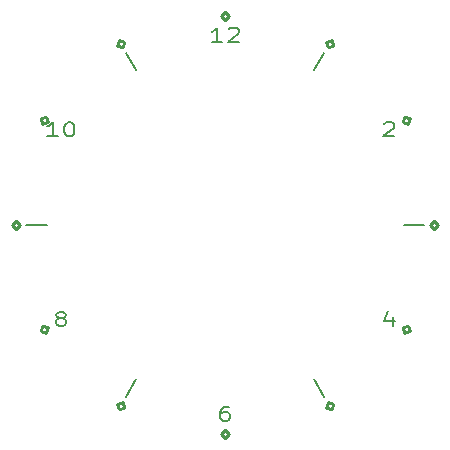
<source format=gbr>
%TF.GenerationSoftware,KiCad,Pcbnew,6.0.7-1.fc35*%
%TF.CreationDate,2022-12-05T16:38:58+01:00*%
%TF.ProjectId,Ring,52696e67-2e6b-4696-9361-645f70636258,rev?*%
%TF.SameCoordinates,Original*%
%TF.FileFunction,Soldermask,Top*%
%TF.FilePolarity,Negative*%
%FSLAX46Y46*%
G04 Gerber Fmt 4.6, Leading zero omitted, Abs format (unit mm)*
G04 Created by KiCad (PCBNEW 6.0.7-1.fc35) date 2022-12-05 16:38:58*
%MOMM*%
%LPD*%
G01*
G04 APERTURE LIST*
%ADD10C,0.250000*%
%ADD11C,0.200000*%
G04 APERTURE END LIST*
D10*
X160155000Y-79485562D02*
X160270788Y-79945011D01*
X142125000Y-79485562D02*
X142580788Y-79615011D01*
X166298650Y-85955551D02*
X166169201Y-86411339D01*
X169170000Y-95100000D02*
X168840000Y-94760000D01*
X133450000Y-94770000D02*
X133780000Y-95110000D01*
X142580788Y-79615011D02*
X142451339Y-80070799D01*
X135525562Y-104115000D02*
X135981350Y-104244449D01*
X160155000Y-110714438D02*
X160284449Y-110258650D01*
X151140000Y-77070000D02*
X150800000Y-77400000D01*
X133110000Y-95100000D02*
X133450000Y-94770000D01*
X142125000Y-110714438D02*
X142009212Y-110254989D01*
X133440000Y-95440000D02*
X133780000Y-95110000D01*
X133110000Y-95100000D02*
X133440000Y-95440000D01*
X142009212Y-110254989D02*
X142468661Y-110139201D01*
X135641350Y-86544449D02*
X136100799Y-86428661D01*
X168830000Y-95430000D02*
X168500000Y-95090000D01*
X142584449Y-110598650D02*
X142468661Y-110139201D01*
X160284449Y-110258650D02*
X159828661Y-110129201D01*
X166624989Y-86540788D02*
X166169201Y-86411339D01*
X151470000Y-77410000D02*
X151130000Y-77740000D01*
X135655011Y-103659212D02*
X136110799Y-103788661D01*
X151480000Y-112800000D02*
X151150000Y-112460000D01*
X159699212Y-110584989D02*
X159828661Y-110129201D01*
X160155000Y-79485562D02*
X159695551Y-79601350D01*
X135981350Y-104244449D02*
X136110799Y-103788661D01*
X150810000Y-112790000D02*
X151150000Y-112460000D01*
X166754438Y-104115000D02*
X166638650Y-103655551D01*
X166754438Y-86085000D02*
X166298650Y-85955551D01*
X159695551Y-79601350D02*
X159811339Y-80060799D01*
X151140000Y-113130000D02*
X151480000Y-112800000D01*
X166754438Y-104115000D02*
X166294989Y-104230788D01*
X150800000Y-77400000D02*
X151130000Y-77740000D01*
X135985011Y-85969212D02*
X136100799Y-86428661D01*
X160155000Y-110714438D02*
X159699212Y-110584989D01*
X166638650Y-103655551D02*
X166179201Y-103771339D01*
X142125000Y-79485562D02*
X141995551Y-79941350D01*
X135525562Y-86085000D02*
X135985011Y-85969212D01*
X151140000Y-77070000D02*
X151470000Y-77410000D01*
X168840000Y-94760000D02*
X168500000Y-95090000D01*
X151140000Y-113130000D02*
X150810000Y-112790000D01*
X160270788Y-79945011D02*
X159811339Y-80060799D01*
X135525562Y-86085000D02*
X135641350Y-86544449D01*
X135525562Y-104115000D02*
X135655011Y-103659212D01*
X166754438Y-86085000D02*
X166624989Y-86540788D01*
X142125000Y-110714438D02*
X142584449Y-110598650D01*
X169170000Y-95100000D02*
X168830000Y-95430000D01*
X166294989Y-104230788D02*
X166179201Y-103771339D01*
X141995551Y-79941350D02*
X142451339Y-80070799D01*
D11*
X151425714Y-110492857D02*
X151140000Y-110492857D01*
X150997142Y-110550000D01*
X150925714Y-110607142D01*
X150782857Y-110778571D01*
X150711428Y-111007142D01*
X150711428Y-111464285D01*
X150782857Y-111578571D01*
X150854285Y-111635714D01*
X150997142Y-111692857D01*
X151282857Y-111692857D01*
X151425714Y-111635714D01*
X151497142Y-111578571D01*
X151568571Y-111464285D01*
X151568571Y-111178571D01*
X151497142Y-111064285D01*
X151425714Y-111007142D01*
X151282857Y-110950000D01*
X150997142Y-110950000D01*
X150854285Y-111007142D01*
X150782857Y-111064285D01*
X150711428Y-111178571D01*
X158693571Y-108183169D02*
X159550714Y-109667784D01*
X166247142Y-95100000D02*
X167961428Y-95100000D01*
X136954577Y-87617857D02*
X136097434Y-87617857D01*
X136526006Y-87617857D02*
X136526006Y-86417857D01*
X136383149Y-86589285D01*
X136240292Y-86703571D01*
X136097434Y-86760714D01*
X137883149Y-86417857D02*
X138026006Y-86417857D01*
X138168863Y-86475000D01*
X138240292Y-86532142D01*
X138311720Y-86646428D01*
X138383149Y-86875000D01*
X138383149Y-87160714D01*
X138311720Y-87389285D01*
X138240292Y-87503571D01*
X138168863Y-87560714D01*
X138026006Y-87617857D01*
X137883149Y-87617857D01*
X137740292Y-87560714D01*
X137668863Y-87503571D01*
X137597434Y-87389285D01*
X137526006Y-87160714D01*
X137526006Y-86875000D01*
X137597434Y-86646428D01*
X137668863Y-86532142D01*
X137740292Y-86475000D01*
X137883149Y-86417857D01*
X164611136Y-86532142D02*
X164682565Y-86475000D01*
X164825422Y-86417857D01*
X165182565Y-86417857D01*
X165325422Y-86475000D01*
X165396850Y-86532142D01*
X165468279Y-86646428D01*
X165468279Y-86760714D01*
X165396850Y-86932142D01*
X164539708Y-87617857D01*
X165468279Y-87617857D01*
X137097434Y-102982142D02*
X136954577Y-102925000D01*
X136883149Y-102867857D01*
X136811720Y-102753571D01*
X136811720Y-102696428D01*
X136883149Y-102582142D01*
X136954577Y-102525000D01*
X137097434Y-102467857D01*
X137383149Y-102467857D01*
X137526006Y-102525000D01*
X137597434Y-102582142D01*
X137668863Y-102696428D01*
X137668863Y-102753571D01*
X137597434Y-102867857D01*
X137526006Y-102925000D01*
X137383149Y-102982142D01*
X137097434Y-102982142D01*
X136954577Y-103039285D01*
X136883149Y-103096428D01*
X136811720Y-103210714D01*
X136811720Y-103439285D01*
X136883149Y-103553571D01*
X136954577Y-103610714D01*
X137097434Y-103667857D01*
X137383149Y-103667857D01*
X137526006Y-103610714D01*
X137597434Y-103553571D01*
X137668863Y-103439285D01*
X137668863Y-103210714D01*
X137597434Y-103096428D01*
X137526006Y-103039285D01*
X137383149Y-102982142D01*
X136032857Y-95100000D02*
X134318571Y-95100000D01*
X165325422Y-102867857D02*
X165325422Y-103667857D01*
X164968279Y-102410714D02*
X164611136Y-103267857D01*
X165539708Y-103267857D01*
X143586428Y-82016830D02*
X142729285Y-80532215D01*
X158693571Y-82016830D02*
X159550714Y-80532215D01*
X143586428Y-108183169D02*
X142729285Y-109667784D01*
X150854285Y-79592857D02*
X149997142Y-79592857D01*
X150425714Y-79592857D02*
X150425714Y-78392857D01*
X150282857Y-78564285D01*
X150140000Y-78678571D01*
X149997142Y-78735714D01*
X151425714Y-78507142D02*
X151497142Y-78450000D01*
X151640000Y-78392857D01*
X151997142Y-78392857D01*
X152140000Y-78450000D01*
X152211428Y-78507142D01*
X152282857Y-78621428D01*
X152282857Y-78735714D01*
X152211428Y-78907142D01*
X151354285Y-79592857D01*
X152282857Y-79592857D01*
M02*

</source>
